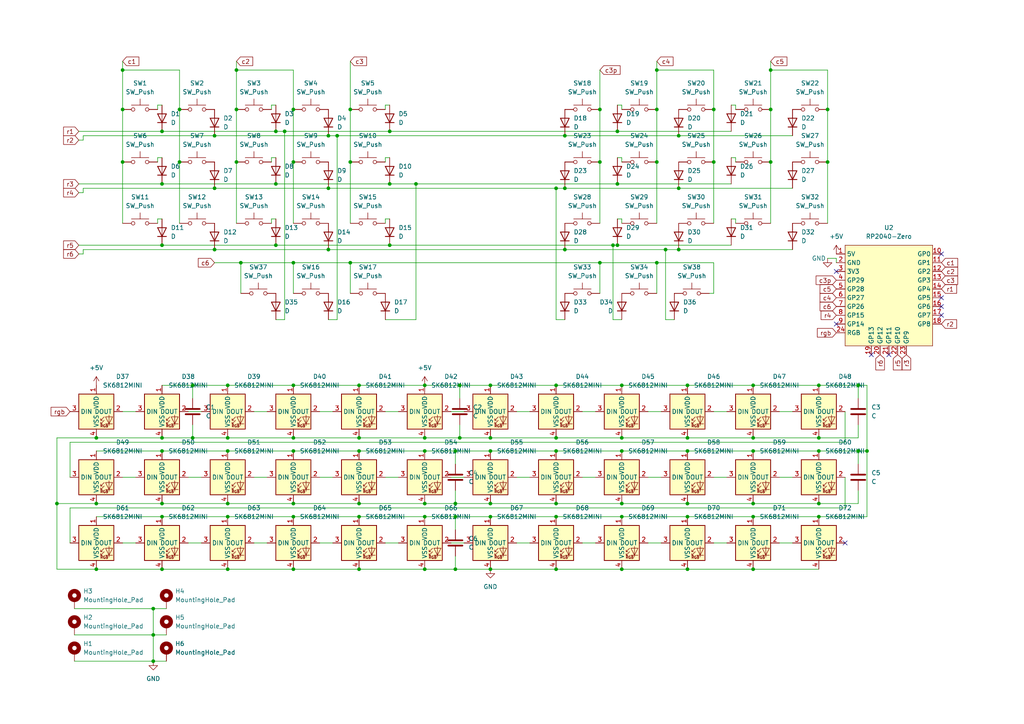
<source format=kicad_sch>
(kicad_sch (version 20231120) (generator "eeschema") (generator_version "8.0")
  (paper "A4")
  (junction (at 223.52 20.32))
  (junction (at 199.39 127))
  (junction (at 55.88 127))
  (junction (at 190.5 76.2))
  (junction (at 223.52 46.99))
  (junction (at 179.07 53.34))
  (junction (at 123.19 111.76))
  (junction (at 218.44 130.81))
  (junction (at 196.85 54.61))
  (junction (at 66.04 127))
  (junction (at 35.56 46.99))
  (junction (at 66.04 146.05))
  (junction (at 44.45 184.15))
  (junction (at 142.24 111.76))
  (junction (at 132.08 146.05))
  (junction (at 142.24 149.86))
  (junction (at 177.8 71.12))
  (junction (at 161.29 149.86))
  (junction (at 173.99 46.99))
  (junction (at 180.34 149.86))
  (junction (at 52.07 46.99))
  (junction (at 52.07 31.75))
  (junction (at 161.29 130.81))
  (junction (at 237.49 127))
  (junction (at 27.94 146.05))
  (junction (at 161.29 127))
  (junction (at 35.56 31.75))
  (junction (at 180.34 146.05))
  (junction (at 62.23 54.61))
  (junction (at 142.24 165.1))
  (junction (at 46.99 146.05))
  (junction (at 113.03 53.34))
  (junction (at 66.04 165.1))
  (junction (at 85.09 76.2))
  (junction (at 180.34 130.81))
  (junction (at 248.92 130.81))
  (junction (at 199.39 165.1))
  (junction (at 142.24 130.81))
  (junction (at 123.19 165.1))
  (junction (at 85.09 130.81))
  (junction (at 104.14 149.86))
  (junction (at 46.99 53.34))
  (junction (at 68.58 46.99))
  (junction (at 66.04 149.86))
  (junction (at 161.29 146.05))
  (junction (at 223.52 31.75))
  (junction (at 173.99 31.75))
  (junction (at 66.04 111.76))
  (junction (at 251.46 130.81))
  (junction (at 248.92 111.76))
  (junction (at 62.23 39.37))
  (junction (at 85.09 31.75))
  (junction (at 196.85 72.39))
  (junction (at 133.35 127))
  (junction (at 80.01 71.12))
  (junction (at 218.44 146.05))
  (junction (at 190.5 46.99))
  (junction (at 190.5 31.75))
  (junction (at 97.79 39.37))
  (junction (at 104.14 127))
  (junction (at 44.45 176.53))
  (junction (at 16.51 146.05))
  (junction (at 44.45 191.77))
  (junction (at 95.25 39.37))
  (junction (at 161.29 165.1))
  (junction (at 46.99 38.1))
  (junction (at 179.07 38.1))
  (junction (at 199.39 111.76))
  (junction (at 163.83 54.61))
  (junction (at 237.49 149.86))
  (junction (at 95.25 54.61))
  (junction (at 85.09 165.1))
  (junction (at 46.99 149.86))
  (junction (at 123.19 149.86))
  (junction (at 142.24 127))
  (junction (at 132.08 165.1))
  (junction (at 207.01 46.99))
  (junction (at 163.83 39.37))
  (junction (at 80.01 38.1))
  (junction (at 113.03 38.1))
  (junction (at 190.5 20.32))
  (junction (at 218.44 111.76))
  (junction (at 180.34 127))
  (junction (at 120.65 53.34))
  (junction (at 46.99 71.12))
  (junction (at 237.49 146.05))
  (junction (at 196.85 39.37))
  (junction (at 193.04 72.39))
  (junction (at 85.09 146.05))
  (junction (at 173.99 76.2))
  (junction (at 101.6 31.75))
  (junction (at 27.94 165.1))
  (junction (at 68.58 31.75))
  (junction (at 85.09 111.76))
  (junction (at 199.39 146.05))
  (junction (at 27.94 127))
  (junction (at 104.14 111.76))
  (junction (at 68.58 20.32))
  (junction (at 237.49 130.81))
  (junction (at 69.85 76.2))
  (junction (at 85.09 46.99))
  (junction (at 123.19 146.05))
  (junction (at 132.08 130.81))
  (junction (at 180.34 165.1))
  (junction (at 123.19 127))
  (junction (at 163.83 72.39))
  (junction (at 85.09 127))
  (junction (at 95.25 72.39))
  (junction (at 104.14 146.05))
  (junction (at 104.14 130.81))
  (junction (at 35.56 20.32))
  (junction (at 161.29 111.76))
  (junction (at 46.99 165.1))
  (junction (at 240.03 31.75))
  (junction (at 199.39 149.86))
  (junction (at 113.03 71.12))
  (junction (at 62.23 72.39))
  (junction (at 123.19 130.81))
  (junction (at 46.99 127))
  (junction (at 218.44 127))
  (junction (at 133.35 111.76))
  (junction (at 82.55 38.1))
  (junction (at 142.24 146.05))
  (junction (at 218.44 165.1))
  (junction (at 240.03 46.99))
  (junction (at 199.39 130.81))
  (junction (at 46.99 130.81))
  (junction (at 66.04 130.81))
  (junction (at 80.01 53.34))
  (junction (at 237.49 111.76))
  (junction (at 55.88 111.76))
  (junction (at 207.01 31.75))
  (junction (at 218.44 149.86))
  (junction (at 132.08 149.86))
  (junction (at 101.6 46.99))
  (junction (at 180.34 111.76))
  (junction (at 179.07 71.12))
  (junction (at 104.14 165.1))
  (junction (at 101.6 76.2))
  (junction (at 85.09 149.86))
  (junction (at 161.29 54.61))
  (no_connect (at 257.81 102.87))
  (no_connect (at 242.57 93.98))
  (no_connect (at 273.05 91.44))
  (no_connect (at 273.05 86.36))
  (no_connect (at 242.57 78.74))
  (no_connect (at 273.05 88.9))
  (no_connect (at 245.11 157.48))
  (no_connect (at 273.05 73.66))
  (no_connect (at 252.73 102.87))
  (wire (pts (xy 111.76 138.43) (xy 115.57 138.43)))
  (wire (pts (xy 46.99 111.76) (xy 55.88 111.76)))
  (wire (pts (xy 248.92 146.05) (xy 237.49 146.05)))
  (wire (pts (xy 142.24 127) (xy 133.35 127)))
  (wire (pts (xy 161.29 130.81) (xy 180.34 130.81)))
  (wire (pts (xy 190.5 76.2) (xy 207.01 76.2)))
  (wire (pts (xy 21.59 176.53) (xy 44.45 176.53)))
  (wire (pts (xy 80.01 71.12) (xy 113.03 71.12)))
  (wire (pts (xy 22.86 38.1) (xy 46.99 38.1)))
  (wire (pts (xy 20.32 147.32) (xy 20.32 157.48)))
  (wire (pts (xy 240.03 20.32) (xy 240.03 31.75)))
  (wire (pts (xy 45.72 30.48) (xy 46.99 30.48)))
  (wire (pts (xy 85.09 127) (xy 66.04 127)))
  (wire (pts (xy 62.23 54.61) (xy 95.25 54.61)))
  (wire (pts (xy 85.09 31.75) (xy 85.09 46.99)))
  (wire (pts (xy 111.76 46.99) (xy 111.76 45.72)))
  (wire (pts (xy 120.65 53.34) (xy 120.65 92.71)))
  (wire (pts (xy 104.14 130.81) (xy 123.19 130.81)))
  (wire (pts (xy 212.09 63.5) (xy 213.36 63.5)))
  (wire (pts (xy 196.85 54.61) (xy 229.87 54.61)))
  (wire (pts (xy 237.49 149.86) (xy 251.46 149.86)))
  (wire (pts (xy 78.74 64.77) (xy 78.74 63.5)))
  (wire (pts (xy 35.56 157.48) (xy 39.37 157.48)))
  (wire (pts (xy 223.52 17.78) (xy 223.52 20.32)))
  (wire (pts (xy 27.94 130.81) (xy 46.99 130.81)))
  (wire (pts (xy 161.29 111.76) (xy 180.34 111.76)))
  (wire (pts (xy 62.23 39.37) (xy 95.25 39.37)))
  (wire (pts (xy 242.57 74.93) (xy 242.57 76.2)))
  (wire (pts (xy 44.45 184.15) (xy 48.26 184.15)))
  (wire (pts (xy 130.81 119.38) (xy 134.62 119.38)))
  (wire (pts (xy 101.6 76.2) (xy 173.99 76.2)))
  (wire (pts (xy 149.86 157.48) (xy 153.67 157.48)))
  (wire (pts (xy 163.83 72.39) (xy 193.04 72.39)))
  (wire (pts (xy 163.83 92.71) (xy 161.29 92.71)))
  (wire (pts (xy 16.51 146.05) (xy 27.94 146.05)))
  (wire (pts (xy 92.71 119.38) (xy 96.52 119.38)))
  (wire (pts (xy 130.81 157.48) (xy 134.62 157.48)))
  (wire (pts (xy 16.51 146.05) (xy 16.51 165.1)))
  (wire (pts (xy 78.74 45.72) (xy 80.01 45.72)))
  (wire (pts (xy 248.92 130.81) (xy 251.46 130.81)))
  (wire (pts (xy 248.92 111.76) (xy 251.46 111.76)))
  (wire (pts (xy 120.65 53.34) (xy 179.07 53.34)))
  (wire (pts (xy 133.35 111.76) (xy 142.24 111.76)))
  (wire (pts (xy 149.86 138.43) (xy 153.67 138.43)))
  (wire (pts (xy 27.94 146.05) (xy 46.99 146.05)))
  (wire (pts (xy 161.29 165.1) (xy 180.34 165.1)))
  (wire (pts (xy 101.6 76.2) (xy 101.6 85.09)))
  (wire (pts (xy 44.45 184.15) (xy 44.45 191.77)))
  (wire (pts (xy 142.24 146.05) (xy 161.29 146.05)))
  (wire (pts (xy 196.85 39.37) (xy 229.87 39.37)))
  (wire (pts (xy 92.71 157.48) (xy 96.52 157.48)))
  (wire (pts (xy 82.55 38.1) (xy 113.03 38.1)))
  (wire (pts (xy 92.71 138.43) (xy 96.52 138.43)))
  (wire (pts (xy 85.09 76.2) (xy 85.09 85.09)))
  (wire (pts (xy 80.01 38.1) (xy 82.55 38.1)))
  (wire (pts (xy 16.51 127) (xy 16.51 146.05)))
  (wire (pts (xy 199.39 127) (xy 180.34 127)))
  (wire (pts (xy 21.59 184.15) (xy 44.45 184.15)))
  (wire (pts (xy 218.44 130.81) (xy 237.49 130.81)))
  (wire (pts (xy 66.04 165.1) (xy 85.09 165.1)))
  (wire (pts (xy 179.07 45.72) (xy 180.34 45.72)))
  (wire (pts (xy 69.85 76.2) (xy 69.85 85.09)))
  (wire (pts (xy 132.08 149.86) (xy 132.08 153.67)))
  (wire (pts (xy 35.56 46.99) (xy 35.56 64.77)))
  (wire (pts (xy 66.04 111.76) (xy 85.09 111.76)))
  (wire (pts (xy 237.49 111.76) (xy 248.92 111.76)))
  (wire (pts (xy 161.29 54.61) (xy 163.83 54.61)))
  (wire (pts (xy 22.86 55.88) (xy 24.13 55.88)))
  (wire (pts (xy 179.07 38.1) (xy 212.09 38.1)))
  (wire (pts (xy 173.99 46.99) (xy 173.99 64.77)))
  (wire (pts (xy 104.14 149.86) (xy 85.09 149.86)))
  (wire (pts (xy 190.5 46.99) (xy 190.5 64.77)))
  (wire (pts (xy 180.34 146.05) (xy 199.39 146.05)))
  (wire (pts (xy 180.34 45.72) (xy 180.34 46.99)))
  (wire (pts (xy 104.14 111.76) (xy 123.19 111.76)))
  (wire (pts (xy 101.6 31.75) (xy 101.6 46.99)))
  (wire (pts (xy 226.06 138.43) (xy 229.87 138.43)))
  (wire (pts (xy 24.13 73.66) (xy 24.13 72.39)))
  (wire (pts (xy 113.03 38.1) (xy 179.07 38.1)))
  (wire (pts (xy 68.58 17.78) (xy 68.58 20.32)))
  (wire (pts (xy 68.58 31.75) (xy 68.58 46.99)))
  (wire (pts (xy 168.91 157.48) (xy 172.72 157.48)))
  (wire (pts (xy 35.56 31.75) (xy 35.56 46.99)))
  (wire (pts (xy 180.34 165.1) (xy 199.39 165.1)))
  (wire (pts (xy 45.72 63.5) (xy 46.99 63.5)))
  (wire (pts (xy 245.11 119.38) (xy 245.11 128.27)))
  (wire (pts (xy 248.92 111.76) (xy 248.92 115.57)))
  (wire (pts (xy 111.76 63.5) (xy 113.03 63.5)))
  (wire (pts (xy 66.04 146.05) (xy 85.09 146.05)))
  (wire (pts (xy 193.04 92.71) (xy 195.58 92.71)))
  (wire (pts (xy 21.59 191.77) (xy 44.45 191.77)))
  (wire (pts (xy 123.19 127) (xy 104.14 127)))
  (wire (pts (xy 133.35 123.19) (xy 133.35 127)))
  (wire (pts (xy 251.46 130.81) (xy 251.46 149.86)))
  (wire (pts (xy 68.58 46.99) (xy 68.58 64.77)))
  (wire (pts (xy 142.24 149.86) (xy 132.08 149.86)))
  (wire (pts (xy 54.61 119.38) (xy 58.42 119.38)))
  (wire (pts (xy 22.86 71.12) (xy 46.99 71.12)))
  (wire (pts (xy 101.6 17.78) (xy 101.6 31.75)))
  (wire (pts (xy 78.74 30.48) (xy 80.01 30.48)))
  (wire (pts (xy 212.09 45.72) (xy 213.36 45.72)))
  (wire (pts (xy 82.55 38.1) (xy 82.55 92.71)))
  (wire (pts (xy 180.34 63.5) (xy 180.34 64.77)))
  (wire (pts (xy 237.49 130.81) (xy 248.92 130.81)))
  (wire (pts (xy 207.01 20.32) (xy 207.01 31.75)))
  (wire (pts (xy 173.99 20.32) (xy 173.99 31.75)))
  (wire (pts (xy 240.03 31.75) (xy 240.03 46.99)))
  (wire (pts (xy 130.81 138.43) (xy 134.62 138.43)))
  (wire (pts (xy 132.08 130.81) (xy 132.08 134.62)))
  (wire (pts (xy 168.91 138.43) (xy 172.72 138.43)))
  (wire (pts (xy 24.13 72.39) (xy 62.23 72.39)))
  (wire (pts (xy 245.11 147.32) (xy 20.32 147.32)))
  (wire (pts (xy 248.92 127) (xy 248.92 123.19)))
  (wire (pts (xy 223.52 20.32) (xy 223.52 31.75)))
  (wire (pts (xy 248.92 130.81) (xy 248.92 134.62)))
  (wire (pts (xy 80.01 92.71) (xy 82.55 92.71)))
  (wire (pts (xy 142.24 111.76) (xy 161.29 111.76)))
  (wire (pts (xy 111.76 92.71) (xy 120.65 92.71)))
  (wire (pts (xy 207.01 138.43) (xy 210.82 138.43)))
  (wire (pts (xy 161.29 92.71) (xy 161.29 54.61)))
  (wire (pts (xy 46.99 38.1) (xy 80.01 38.1)))
  (wire (pts (xy 190.5 20.32) (xy 190.5 31.75)))
  (wire (pts (xy 104.14 146.05) (xy 123.19 146.05)))
  (wire (pts (xy 55.88 111.76) (xy 66.04 111.76)))
  (wire (pts (xy 73.66 157.48) (xy 77.47 157.48)))
  (wire (pts (xy 240.03 74.93) (xy 242.57 74.93)))
  (wire (pts (xy 80.01 53.34) (xy 113.03 53.34)))
  (wire (pts (xy 193.04 72.39) (xy 196.85 72.39)))
  (wire (pts (xy 85.09 20.32) (xy 85.09 31.75)))
  (wire (pts (xy 213.36 30.48) (xy 213.36 31.75)))
  (wire (pts (xy 199.39 130.81) (xy 218.44 130.81)))
  (wire (pts (xy 179.07 63.5) (xy 180.34 63.5)))
  (wire (pts (xy 55.88 123.19) (xy 55.88 127)))
  (wire (pts (xy 85.09 111.76) (xy 104.14 111.76)))
  (wire (pts (xy 180.34 111.76) (xy 199.39 111.76)))
  (wire (pts (xy 207.01 46.99) (xy 207.01 64.77)))
  (wire (pts (xy 22.86 73.66) (xy 24.13 73.66)))
  (wire (pts (xy 44.45 176.53) (xy 48.26 176.53)))
  (wire (pts (xy 46.99 146.05) (xy 66.04 146.05)))
  (wire (pts (xy 142.24 130.81) (xy 161.29 130.81)))
  (wire (pts (xy 237.49 127) (xy 248.92 127)))
  (wire (pts (xy 20.32 128.27) (xy 20.32 138.43)))
  (wire (pts (xy 207.01 31.75) (xy 207.01 46.99)))
  (wire (pts (xy 78.74 31.75) (xy 78.74 30.48)))
  (wire (pts (xy 24.13 39.37) (xy 62.23 39.37)))
  (wire (pts (xy 248.92 142.24) (xy 248.92 146.05)))
  (wire (pts (xy 251.46 130.81) (xy 251.46 111.76)))
  (wire (pts (xy 22.86 53.34) (xy 46.99 53.34)))
  (wire (pts (xy 24.13 54.61) (xy 62.23 54.61)))
  (wire (pts (xy 95.25 72.39) (xy 163.83 72.39)))
  (wire (pts (xy 44.45 176.53) (xy 44.45 184.15)))
  (wire (pts (xy 133.35 111.76) (xy 133.35 115.57)))
  (wire (pts (xy 111.76 30.48) (xy 113.03 30.48)))
  (wire (pts (xy 123.19 165.1) (xy 132.08 165.1)))
  (wire (pts (xy 190.5 17.78) (xy 190.5 20.32)))
  (wire (pts (xy 218.44 149.86) (xy 199.39 149.86)))
  (wire (pts (xy 218.44 111.76) (xy 237.49 111.76)))
  (wire (pts (xy 113.03 71.12) (xy 177.8 71.12)))
  (wire (pts (xy 101.6 46.99) (xy 101.6 64.77)))
  (wire (pts (xy 16.51 165.1) (xy 27.94 165.1)))
  (wire (pts (xy 237.49 127) (xy 218.44 127)))
  (wire (pts (xy 85.09 130.81) (xy 104.14 130.81)))
  (wire (pts (xy 223.52 46.99) (xy 223.52 64.77)))
  (wire (pts (xy 24.13 55.88) (xy 24.13 54.61)))
  (wire (pts (xy 73.66 138.43) (xy 77.47 138.43)))
  (wire (pts (xy 46.99 130.81) (xy 66.04 130.81)))
  (wire (pts (xy 180.34 149.86) (xy 161.29 149.86)))
  (wire (pts (xy 78.74 46.99) (xy 78.74 45.72)))
  (wire (pts (xy 190.5 76.2) (xy 190.5 85.09)))
  (wire (pts (xy 35.56 20.32) (xy 35.56 31.75)))
  (wire (pts (xy 54.61 157.48) (xy 58.42 157.48)))
  (wire (pts (xy 223.52 31.75) (xy 223.52 46.99)))
  (wire (pts (xy 180.34 127) (xy 161.29 127)))
  (wire (pts (xy 190.5 31.75) (xy 190.5 46.99)))
  (wire (pts (xy 35.56 119.38) (xy 39.37 119.38)))
  (wire (pts (xy 132.08 161.29) (xy 132.08 165.1)))
  (wire (pts (xy 132.08 142.24) (xy 132.08 146.05)))
  (wire (pts (xy 132.08 130.81) (xy 142.24 130.81)))
  (wire (pts (xy 223.52 20.32) (xy 240.03 20.32)))
  (wire (pts (xy 111.76 31.75) (xy 111.76 30.48)))
  (wire (pts (xy 46.99 71.12) (xy 80.01 71.12)))
  (wire (pts (xy 207.01 119.38) (xy 210.82 119.38)))
  (wire (pts (xy 45.72 45.72) (xy 46.99 45.72)))
  (wire (pts (xy 163.83 54.61) (xy 196.85 54.61)))
  (wire (pts (xy 213.36 45.72) (xy 213.36 46.99)))
  (wire (pts (xy 212.09 30.48) (xy 213.36 30.48)))
  (wire (pts (xy 177.8 71.12) (xy 179.07 71.12)))
  (wire (pts (xy 62.23 72.39) (xy 95.25 72.39)))
  (wire (pts (xy 66.04 130.81) (xy 85.09 130.81)))
  (wire (pts (xy 52.07 31.75) (xy 52.07 46.99)))
  (wire (pts (xy 173.99 76.2) (xy 173.99 85.09)))
  (wire (pts (xy 123.19 111.76) (xy 133.35 111.76)))
  (wire (pts (xy 85.09 146.05) (xy 104.14 146.05)))
  (wire (pts (xy 44.45 191.77) (xy 48.26 191.77)))
  (wire (pts (xy 218.44 146.05) (xy 237.49 146.05)))
  (wire (pts (xy 85.09 76.2) (xy 101.6 76.2)))
  (wire (pts (xy 196.85 72.39) (xy 229.87 72.39)))
  (wire (pts (xy 20.32 128.27) (xy 245.11 128.27)))
  (wire (pts (xy 45.72 31.75) (xy 45.72 30.48)))
  (wire (pts (xy 95.25 92.71) (xy 97.79 92.71)))
  (wire (pts (xy 54.61 138.43) (xy 58.42 138.43)))
  (wire (pts (xy 66.04 149.86) (xy 46.99 149.86)))
  (wire (pts (xy 113.03 53.34) (xy 120.65 53.34)))
  (wire (pts (xy 133.35 127) (xy 123.19 127)))
  (wire (pts (xy 245.11 138.43) (xy 245.11 147.32)))
  (wire (pts (xy 27.94 165.1) (xy 46.99 165.1)))
  (wire (pts (xy 24.13 40.64) (xy 24.13 39.37)))
  (wire (pts (xy 199.39 149.86) (xy 180.34 149.86)))
  (wire (pts (xy 68.58 20.32) (xy 68.58 31.75)))
  (wire (pts (xy 161.29 146.05) (xy 180.34 146.05)))
  (wire (pts (xy 179.07 71.12) (xy 212.09 71.12)))
  (wire (pts (xy 149.86 119.38) (xy 153.67 119.38)))
  (wire (pts (xy 52.07 20.32) (xy 52.07 31.75)))
  (wire (pts (xy 46.99 127) (xy 27.94 127)))
  (wire (pts (xy 132.08 146.05) (xy 142.24 146.05)))
  (wire (pts (xy 45.72 64.77) (xy 45.72 63.5)))
  (wire (pts (xy 187.96 157.48) (xy 191.77 157.48)))
  (wire (pts (xy 190.5 20.32) (xy 207.01 20.32)))
  (wire (pts (xy 62.23 76.2) (xy 69.85 76.2)))
  (wire (pts (xy 78.74 63.5) (xy 80.01 63.5)))
  (wire (pts (xy 177.8 71.12) (xy 177.8 92.71)))
  (wire (pts (xy 104.14 165.1) (xy 123.19 165.1)))
  (wire (pts (xy 132.08 165.1) (xy 142.24 165.1)))
  (wire (pts (xy 207.01 157.48) (xy 210.82 157.48)))
  (wire (pts (xy 68.58 20.32) (xy 85.09 20.32)))
  (wire (pts (xy 177.8 92.71) (xy 180.34 92.71)))
  (wire (pts (xy 45.72 46.99) (xy 45.72 45.72)))
  (wire (pts (xy 123.19 149.86) (xy 104.14 149.86)))
  (wire (pts (xy 85.09 165.1) (xy 104.14 165.1)))
  (wire (pts (xy 46.99 165.1) (xy 66.04 165.1)))
  (wire (pts (xy 97.79 39.37) (xy 163.83 39.37)))
  (wire (pts (xy 218.44 165.1) (xy 237.49 165.1)))
  (wire (pts (xy 111.76 157.48) (xy 115.57 157.48)))
  (wire (pts (xy 104.14 127) (xy 85.09 127)))
  (wire (pts (xy 35.56 138.43) (xy 39.37 138.43)))
  (wire (pts (xy 187.96 119.38) (xy 191.77 119.38)))
  (wire (pts (xy 213.36 63.5) (xy 213.36 64.77)))
  (wire (pts (xy 237.49 149.86) (xy 218.44 149.86)))
  (wire (pts (xy 199.39 165.1) (xy 218.44 165.1)))
  (wire (pts (xy 173.99 76.2) (xy 190.5 76.2)))
  (wire (pts (xy 193.04 72.39) (xy 193.04 92.71)))
  (wire (pts (xy 55.88 111.76) (xy 55.88 115.57)))
  (wire (pts (xy 85.09 46.99) (xy 85.09 64.77)))
  (wire (pts (xy 35.56 17.78) (xy 35.56 20.32)))
  (wire (pts (xy 240.03 46.99) (xy 240.03 64.77)))
  (wire (pts (xy 163.83 39.37) (xy 196.85 39.37)))
  (wire (pts (xy 199.39 146.05) (xy 218.44 146.05)))
  (wire (pts (xy 52.07 46.99) (xy 52.07 64.77)))
  (wire (pts (xy 55.88 127) (xy 46.99 127)))
  (wire (pts (xy 218.44 127) (xy 199.39 127)))
  (wire (pts (xy 97.79 39.37) (xy 97.79 92.71)))
  (wire (pts (xy 27.94 127) (xy 16.51 127)))
  (wire (pts (xy 73.66 119.38) (xy 77.47 119.38)))
  (wire (pts (xy 168.91 119.38) (xy 172.72 119.38)))
  (wire (pts (xy 35.56 20.32) (xy 52.07 20.32)))
  (wire (pts (xy 142.24 165.1) (xy 161.29 165.1)))
  (wire (pts (xy 95.25 39.37) (xy 97.79 39.37)))
  (wire (pts (xy 22.86 40.64) (xy 24.13 40.64)))
  (wire (pts (xy 95.25 54.61) (xy 161.29 54.61)))
  (wire (pts (xy 226.06 157.48) (xy 229.87 157.48)))
  (wire (pts (xy 180.34 130.81) (xy 199.39 130.81)))
  (wire (pts (xy 161.29 127) (xy 142.24 127)))
  (wire (pts (xy 46.99 53.34) (xy 80.01 53.34)))
  (wire (pts (xy 85.09 149.86) (xy 66.04 149.86)))
  (wire (pts (xy 123.19 146.05) (xy 132.08 146.05)))
  (wire (pts (xy 199.39 111.76) (xy 218.44 111.76)))
  (wire (pts (xy 205.74 85.09) (xy 207.01 85.09)))
  (wire (pts (xy 207.01 76.2) (xy 207.01 85.09)))
  (wire (pts (xy 66.04 127) (xy 55.88 127)))
  (wire (pts (xy 123.19 130.81) (xy 132.08 130.81)))
  (wire (pts (xy 179.07 30.48) (xy 180.34 30.48)))
  (wire (pts (xy 46.99 149.86) (xy 27.94 149.86)))
  (wire (pts (xy 111.76 64.77) (xy 111.76 63.5)))
  (wire (pts (xy 179.07 53.34) (xy 212.09 53.34)))
  (wire (pts (xy 180.34 30.48) (xy 180.34 31.75)))
  (wire (pts (xy 187.96 138.43) (xy 191.77 138.43)))
  (wire (pts (xy 111.76 119.38) (xy 115.57 119.38)))
  (wire (pts (xy 161.29 149.86) (xy 142.24 149.86)))
  (wire (pts (xy 111.76 45.72) (xy 113.03 45.72)))
  (wire (pts (xy 173.99 31.75) (xy 173.99 46.99)))
  (wire (pts (xy 226.06 119.38) (xy 229.87 119.38)))
  (wire (pts (xy 69.85 76.2) (xy 85.09 76.2)))
  (wire (pts (xy 132.08 149.86) (xy 123.19 149.86)))
  (global_label "rgb" (shape input) (at 20.32 119.38 180) (property "Intersheetrefs" "${INTERSHEET_REFS}" (effects (hide yes))))
  (global_label "r6" (shape input) (at 255.27 102.87 270) (property "Intersheetrefs" "${INTERSHEET_REFS}" (effects (hide yes))))
  (global_label "c4" (shape input) (at 190.5 17.78 0) (property "Intersheetrefs" "${INTERSHEET_REFS}" (effects (hide yes))))
  (global_label "c6" (shape input) (at 242.57 88.9 180) (property "Intersheetrefs" "${INTERSHEET_REFS}" (effects (hide yes))))
  (global_label "r6" (shape input) (at 22.86 73.66 180) (property "Intersheetrefs" "${INTERSHEET_REFS}" (effects (hide yes))))
  (global_label "c5" (shape input) (at 242.57 83.82 180) (property "Intersheetrefs" "${INTERSHEET_REFS}" (effects (hide yes))))
  (global_label "r2" (shape input) (at 22.86 40.64 180) (property "Intersheetrefs" "${INTERSHEET_REFS}" (effects (hide yes))))
  (global_label "c5" (shape input) (at 223.52 17.78 0) (property "Intersheetrefs" "${INTERSHEET_REFS}" (effects (hide yes))))
  (global_label "c1" (shape input) (at 35.56 17.78 0) (property "Intersheetrefs" "${INTERSHEET_REFS}" (effects (hide yes))))
  (global_label "r2" (shape input) (at 273.05 93.98 0) (property "Intersheetrefs" "${INTERSHEET_REFS}" (effects (hide yes))))
  (global_label "r4" (shape input) (at 22.86 55.88 180) (property "Intersheetrefs" "${INTERSHEET_REFS}" (effects (hide yes))))
  (global_label "r1" (shape input) (at 273.05 83.82 0) (property "Intersheetrefs" "${INTERSHEET_REFS}" (effects (hide yes))))
  (global_label "c1" (shape input) (at 273.05 76.2 0) (property "Intersheetrefs" "${INTERSHEET_REFS}" (effects (hide yes))))
  (global_label "r3" (shape input) (at 22.86 53.34 180) (property "Intersheetrefs" "${INTERSHEET_REFS}" (effects (hide yes))))
  (global_label "c2" (shape input) (at 68.58 17.78 0) (property "Intersheetrefs" "${INTERSHEET_REFS}" (effects (hide yes))))
  (global_label "c3p" (shape input) (at 242.57 81.28 180) (property "Intersheetrefs" "${INTERSHEET_REFS}" (effects (hide yes))))
  (global_label "c3p" (shape input) (at 173.99 20.32 0) (property "Intersheetrefs" "${INTERSHEET_REFS}" (effects (hide yes))))
  (global_label "r4" (shape input) (at 242.57 91.44 180) (property "Intersheetrefs" "${INTERSHEET_REFS}" (effects (hide yes))))
  (global_label "c6" (shape input) (at 62.23 76.2 180) (property "Intersheetrefs" "${INTERSHEET_REFS}" (effects (hide yes))))
  (global_label "r1" (shape input) (at 22.86 38.1 180) (property "Intersheetrefs" "${INTERSHEET_REFS}" (effects (hide yes))))
  (global_label "r5" (shape input) (at 22.86 71.12 180) (property "Intersheetrefs" "${INTERSHEET_REFS}" (effects (hide yes))))
  (global_label "c3" (shape input) (at 101.6 17.78 0) (property "Intersheetrefs" "${INTERSHEET_REFS}" (effects (hide yes))))
  (global_label "r3" (shape input) (at 262.89 102.87 270) (property "Intersheetrefs" "${INTERSHEET_REFS}" (effects (hide yes))))
  (global_label "r5" (shape input) (at 260.35 102.87 270) (property "Intersheetrefs" "${INTERSHEET_REFS}" (effects (hide yes))))
  (global_label "c3" (shape input) (at 273.05 81.28 0) (property "Intersheetrefs" "${INTERSHEET_REFS}" (effects (hide yes))))
  (global_label "rgb" (shape input) (at 242.57 96.52 180) (property "Intersheetrefs" "${INTERSHEET_REFS}" (effects (hide yes))))
  (global_label "c4" (shape input) (at 242.57 86.36 180) (property "Intersheetrefs" "${INTERSHEET_REFS}" (effects (hide yes))))
  (global_label "c2" (shape input) (at 273.05 78.74 0) (property "Intersheetrefs" "${INTERSHEET_REFS}" (effects (hide yes))))
  (symbol (lib_id "PCM_marbastlib-various:SK6812MINI-E") (at 46.99 119.38 0) (unit 1)
    (property "Reference" "D38" (at 54.61 109.22 0))
    (property "Value" "SK6812MINI" (at 54.61 111.76 0))
    (property "Footprint" "PCM_marbastlib-various:LED_6028R" (effects (hide yes)))
    (property "Datasheet" "https://cdn-shop.adafruit.com/product-files/2686/SK6812MINI_REV.01-1-2.pdf" (effects (hide yes)))
  )
  (symbol (lib_id "Device:D") (at 46.99 67.31 90) (unit 1)
    (property "Reference" "D11" (at 49.53 66.04 90) (effects (justify right)))
    (property "Value" "D" (at 49.53 68.58 90) (effects (justify right)))
    (property "Footprint" "Diode_SMD:D_SOD-323_HandSoldering" (effects (hide yes)))
    (property "Sim.Device" "D" (effects (hide yes)))
    (property "Sim.Pins" "1=K 2=A" (effects (hide yes)))
  )
  (symbol (lib_id "Switch:SW_Push") (at 90.17 85.09 0) (unit 1)
    (property "Reference" "SW16" (at 90.17 77.47 0))
    (property "Value" "SW_Push" (at 90.17 80.01 0))
    (property "Footprint" "s-ol:PG1350_hotswap" (effects (hide yes)))
  )
  (symbol (lib_id "Switch:SW_Push") (at 106.68 46.99 0) (unit 1)
    (property "Reference" "SW10" (at 106.68 39.37 0))
    (property "Value" "SW_Push" (at 106.68 41.91 0))
    (property "Footprint" "s-ol:PG1350_hotswap" (effects (hide yes)))
  )
  (symbol (lib_id "Mechanical:MountingHole_Pad") (at 21.59 173.99 0) (unit 1) (exclude_from_sim yes) (in_bom no)
    (property "Reference" "H3" (at 24.13 171.4499 0) (effects (justify left)))
    (property "Value" "MountingHole_Pad" (at 24.13 173.9899 0) (effects (justify left)))
    (property "Footprint" "MountingHole:MountingHole_2.2mm_M2_DIN965_Pad" (effects (hide yes)))
    (property "Description" "Mounting Hole with connection" (effects (hide yes)))
  )
  (symbol (lib_id "PCM_marbastlib-various:SK6812MINI-E") (at 123.19 138.43 0) (unit 1)
    (property "Reference" "D54" (at 130.81 128.27 0))
    (property "Value" "SK6812MINI" (at 130.81 130.81 0))
    (property "Footprint" "PCM_marbastlib-various:LED_6028R" (effects (hide yes)))
    (property "Datasheet" "https://cdn-shop.adafruit.com/product-files/2686/SK6812MINI_REV.01-1-2.pdf" (effects (hide yes)))
  )
  (symbol (lib_id "Device:C") (at 132.08 138.43 0) (unit 1)
    (property "Reference" "C4" (at 135.89 137.16 0) (effects (justify left)))
    (property "Value" "C" (at 135.89 139.7 0) (effects (justify left)))
    (property "Footprint" "Capacitor_SMD:C_0603_1608Metric_Pad1.08x0.95mm_HandSolder" (effects (hide yes)))
  )
  (symbol (lib_id "Device:D") (at 95.25 88.9 90) (unit 1)
    (property "Reference" "D16" (at 97.79 87.63 90) (effects (justify right)))
    (property "Value" "D" (at 97.79 90.17 90) (effects (justify right)))
    (property "Footprint" "Diode_SMD:D_SOD-323_HandSoldering" (effects (hide yes)))
    (property "Sim.Device" "D" (effects (hide yes)))
    (property "Sim.Pins" "1=K 2=A" (effects (hide yes)))
  )
  (symbol (lib_id "Device:D") (at 229.87 35.56 90) (unit 1)
    (property "Reference" "D22" (at 232.41 34.29 90) (effects (justify right)))
    (property "Value" "D" (at 232.41 36.83 90) (effects (justify right)))
    (property "Footprint" "Diode_SMD:D_SOD-323_HandSoldering" (effects (hide yes)))
    (property "Sim.Device" "D" (effects (hide yes)))
    (property "Sim.Pins" "1=K 2=A" (effects (hide yes)))
  )
  (symbol (lib_id "Switch:SW_Push") (at 168.91 85.09 0) (unit 1)
    (property "Reference" "SW33" (at 168.91 77.47 0))
    (property "Value" "SW_Push" (at 168.91 80.01 0))
    (property "Footprint" "s-ol:PG1350_hotswap" (effects (hide yes)))
  )
  (symbol (lib_id "Switch:SW_Push") (at 218.44 46.99 0) (unit 1)
    (property "Reference" "SW26" (at 218.44 39.37 0))
    (property "Value" "SW_Push" (at 218.44 41.91 0))
    (property "Footprint" "s-ol:PG1350_hotswap" (effects (hide yes)))
  )
  (symbol (lib_id "Device:D") (at 46.99 49.53 90) (unit 1)
    (property "Reference" "D6" (at 49.53 48.26 90) (effects (justify right)))
    (property "Value" "D" (at 49.53 50.8 90) (effects (justify right)))
    (property "Footprint" "Diode_SMD:D_SOD-323_HandSoldering" (effects (hide yes)))
    (property "Sim.Device" "D" (effects (hide yes)))
    (property "Sim.Pins" "1=K 2=A" (effects (hide yes)))
  )
  (symbol (lib_id "PCM_marbastlib-various:SK6812MINI-E") (at 27.94 138.43 0) (unit 1)
    (property "Reference" "D49" (at 35.56 128.27 0))
    (property "Value" "SK6812MINI" (at 35.56 130.81 0))
    (property "Footprint" "PCM_marbastlib-various:LED_6028R" (effects (hide yes)))
    (property "Datasheet" "https://cdn-shop.adafruit.com/product-files/2686/SK6812MINI_REV.01-1-2.pdf" (effects (hide yes)))
  )
  (symbol (lib_id "Device:D") (at 95.25 50.8 90) (unit 1)
    (property "Reference" "D9" (at 97.79 49.53 90) (effects (justify right)))
    (property "Value" "D" (at 97.79 52.07 90) (effects (justify right)))
    (property "Footprint" "Diode_SMD:D_SOD-323_HandSoldering" (effects (hide yes)))
    (property "Sim.Device" "D" (effects (hide yes)))
    (property "Sim.Pins" "1=K 2=A" (effects (hide yes)))
  )
  (symbol (lib_id "RP2040-Zero:RP2040-Zero") (at 257.81 78.74 0) (unit 1)
    (property "Reference" "U2" (at 257.81 66.04 0))
    (property "Value" "RP2040-Zero" (at 257.81 68.58 0))
    (property "Footprint" "PCM_marbastlib-xp-promicroish:Gemini waveshare" (effects (hide yes)))
  )
  (symbol (lib_id "Device:D") (at 179.07 34.29 90) (unit 1)
    (property "Reference" "D19" (at 181.61 33.02 90) (effects (justify right)))
    (property "Value" "D" (at 181.61 35.56 90) (effects (justify right)))
    (property "Footprint" "Diode_SMD:D_SOD-323_HandSoldering" (effects (hide yes)))
    (property "Sim.Device" "D" (effects (hide yes)))
    (property "Sim.Pins" "1=K 2=A" (effects (hide yes)))
  )
  (symbol (lib_name "GND_1") (lib_id "power:GND") (at 44.45 191.77 0) (unit 1)
    (property "Reference" "#PWR06" (effects (hide yes)))
    (property "Value" "GND" (at 44.45 196.85 0))
    (property "Description" "Power symbol creates a global label with name \"GND\" , ground" (effects (hide yes)))
  )
  (symbol (lib_id "PCM_marbastlib-various:SK6812MINI-E") (at 218.44 138.43 0) (unit 1)
    (property "Reference" "D59" (at 226.06 128.27 0))
    (property "Value" "SK6812MINI" (at 226.06 130.81 0))
    (property "Footprint" "PCM_marbastlib-various:LED_6028R" (effects (hide yes)))
    (property "Datasheet" "https://cdn-shop.adafruit.com/product-files/2686/SK6812MINI_REV.01-1-2.pdf" (effects (hide yes)))
  )
  (symbol (lib_id "PCM_marbastlib-various:SK6812MINI-E") (at 123.19 157.48 0) (unit 1)
    (property "Reference" "D66" (at 130.81 147.32 0))
    (property "Value" "SK6812MINI" (at 130.81 149.86 0))
    (property "Footprint" "PCM_marbastlib-various:LED_6028R" (effects (hide yes)))
    (property "Datasheet" "https://cdn-shop.adafruit.com/product-files/2686/SK6812MINI_REV.01-1-2.pdf" (effects (hide yes)))
  )
  (symbol (lib_id "PCM_marbastlib-various:SK6812MINI-E") (at 66.04 119.38 0) (unit 1)
    (property "Reference" "D39" (at 73.66 109.22 0))
    (property "Value" "SK6812MINI" (at 73.66 111.76 0))
    (property "Footprint" "PCM_marbastlib-various:LED_6028R" (effects (hide yes)))
    (property "Datasheet" "https://cdn-shop.adafruit.com/product-files/2686/SK6812MINI_REV.01-1-2.pdf" (effects (hide yes)))
  )
  (symbol (lib_id "Device:D") (at 95.25 35.56 90) (unit 1)
    (property "Reference" "D4" (at 97.79 34.29 90) (effects (justify right)))
    (property "Value" "D" (at 97.79 36.83 90) (effects (justify right)))
    (property "Footprint" "Diode_SMD:D_SOD-323_HandSoldering" (effects (hide yes)))
    (property "Sim.Device" "D" (effects (hide yes)))
    (property "Sim.Pins" "1=K 2=A" (effects (hide yes)))
  )
  (symbol (lib_id "PCM_marbastlib-various:SK6812MINI-E") (at 161.29 157.48 0) (unit 1)
    (property "Reference" "D68" (at 168.91 147.32 0))
    (property "Value" "SK6812MINI" (at 168.91 149.86 0))
    (property "Footprint" "PCM_marbastlib-various:LED_6028R" (effects (hide yes)))
    (property "Datasheet" "https://cdn-shop.adafruit.com/product-files/2686/SK6812MINI_REV.01-1-2.pdf" (effects (hide yes)))
  )
  (symbol (lib_id "Switch:SW_Push") (at 185.42 64.77 0) (unit 1)
    (property "Reference" "SW29" (at 185.42 57.15 0))
    (property "Value" "SW_Push" (at 185.42 59.69 0))
    (property "Footprint" "s-ol:PG1350_hotswap" (effects (hide yes)))
  )
  (symbol (lib_id "power:+5V") (at 242.57 73.66 0) (unit 1)
    (property "Reference" "#PWR02" (effects (hide yes)))
    (property "Value" "+5V" (at 242.57 68.58 0))
  )
  (symbol (lib_id "Switch:SW_Push") (at 106.68 85.09 0) (unit 1)
    (property "Reference" "SW17" (at 106.68 77.47 0))
    (property "Value" "SW_Push" (at 106.68 80.01 0))
    (property "Footprint" "s-ol:PG1350_hotswap" (effects (hide yes)))
  )
  (symbol (lib_id "PCM_marbastlib-various:SK6812MINI-E") (at 218.44 119.38 0) (unit 1)
    (property "Reference" "D47" (at 226.06 109.22 0))
    (property "Value" "SK6812MINI" (at 226.06 111.76 0))
    (property "Footprint" "PCM_marbastlib-various:LED_6028R" (effects (hide yes)))
    (property "Datasheet" "https://cdn-shop.adafruit.com/product-files/2686/SK6812MINI_REV.01-1-2.pdf" (effects (hide yes)))
  )
  (symbol (lib_id "PCM_marbastlib-various:SK6812MINI-E") (at 142.24 157.48 0) (unit 1)
    (property "Reference" "D67" (at 149.86 147.32 0))
    (property "Value" "SK6812MINI" (at 149.86 149.86 0))
    (property "Footprint" "PCM_marbastlib-various:LED_6028R" (effects (hide yes)))
    (property "Datasheet" "https://cdn-shop.adafruit.com/product-files/2686/SK6812MINI_REV.01-1-2.pdf" (effects (hide yes)))
  )
  (symbol (lib_id "Switch:SW_Push") (at 90.17 64.77 0) (unit 1)
    (property "Reference" "SW14" (at 90.17 57.15 0))
    (property "Value" "SW_Push" (at 90.17 59.69 0))
    (property "Footprint" "s-ol:PG1350_hotswap" (effects (hide yes)))
  )
  (symbol (lib_id "power:GND") (at 142.24 165.1 0) (unit 1)
    (property "Reference" "#PWR04" (effects (hide yes)))
    (property "Value" "GND" (at 142.24 170.18 0))
  )
  (symbol (lib_id "PCM_marbastlib-various:SK6812MINI-E") (at 123.19 119.38 0) (unit 1)
    (property "Reference" "D42" (at 130.81 109.22 0))
    (property "Value" "SK6812MINI" (at 130.81 111.76 0))
    (property "Footprint" "PCM_marbastlib-various:LED_6028R" (effects (hide yes)))
    (property "Datasheet" "https://cdn-shop.adafruit.com/product-files/2686/SK6812MINI_REV.01-1-2.pdf" (effects (hide yes)))
  )
  (symbol (lib_id "Device:D") (at 80.01 67.31 90) (unit 1)
    (property "Reference" "D13" (at 82.55 66.04 90) (effects (justify right)))
    (property "Value" "D" (at 82.55 68.58 90) (effects (justify right)))
    (property "Footprint" "Diode_SMD:D_SOD-323_HandSoldering" (effects (hide yes)))
    (property "Sim.Device" "D" (effects (hide yes)))
    (property "Sim.Pins" "1=K 2=A" (effects (hide yes)))
  )
  (symbol (lib_id "PCM_marbastlib-various:SK6812MINI-E") (at 180.34 138.43 0) (unit 1)
    (property "Reference" "D57" (at 187.96 128.27 0))
    (property "Value" "SK6812MINI" (at 187.96 130.81 0))
    (property "Footprint" "PCM_marbastlib-various:LED_6028R" (effects (hide yes)))
    (property "Datasheet" "https://cdn-shop.adafruit.com/product-files/2686/SK6812MINI_REV.01-1-2.pdf" (effects (hide yes)))
  )
  (symbol (lib_id "Switch:SW_Push") (at 57.15 64.77 0) (unit 1)
    (property "Reference" "SW12" (at 57.15 57.15 0))
    (property "Value" "SW_Push" (at 57.15 59.69 0))
    (property "Footprint" "s-ol:PG1350_hotswap" (effects (hide yes)))
  )
  (symbol (lib_id "Mechanical:MountingHole_Pad") (at 21.59 181.61 0) (unit 1) (exclude_from_sim yes) (in_bom no)
    (property "Reference" "H2" (at 24.13 179.0699 0) (effects (justify left)))
    (property "Value" "MountingHole_Pad" (at 24.13 181.6099 0) (effects (justify left)))
    (property "Footprint" "MountingHole:MountingHole_2.2mm_M2_DIN965_Pad" (effects (hide yes)))
    (property "Description" "Mounting Hole with connection" (effects (hide yes)))
  )
  (symbol (lib_id "Switch:SW_Push") (at 234.95 64.77 0) (unit 1)
    (property "Reference" "SW32" (at 234.95 57.15 0))
    (property "Value" "SW_Push" (at 234.95 59.69 0))
    (property "Footprint" "s-ol:PG1350_hotswap" (effects (hide yes)))
  )
  (symbol (lib_id "PCM_marbastlib-various:SK6812MINI-E") (at 85.09 157.48 0) (unit 1)
    (property "Reference" "D64" (at 92.71 147.32 0))
    (property "Value" "SK6812MINI" (at 92.71 149.86 0))
    (property "Footprint" "PCM_marbastlib-various:LED_6028R" (effects (hide yes)))
    (property "Datasheet" "https://cdn-shop.adafruit.com/product-files/2686/SK6812MINI_REV.01-1-2.pdf" (effects (hide yes)))
  )
  (symbol (lib_id "PCM_marbastlib-various:SK6812MINI-E") (at 237.49 157.48 0) (unit 1)
    (property "Reference" "D72" (at 245.11 147.32 0))
    (property "Value" "SK6812MINI" (at 245.11 149.86 0))
    (property "Footprint" "PCM_marbastlib-various:LED_6028R" (effects (hide yes)))
    (property "Datasheet" "https://cdn-shop.adafruit.com/product-files/2686/SK6812MINI_REV.01-1-2.pdf" (effects (hide yes)))
  )
  (symbol (lib_id "PCM_marbastlib-various:SK6812MINI-E") (at 104.14 138.43 0) (unit 1)
    (property "Reference" "D53" (at 111.76 128.27 0))
    (property "Value" "SK6812MINI" (at 111.76 130.81 0))
    (property "Footprint" "PCM_marbastlib-various:LED_6028R" (effects (hide yes)))
    (property "Datasheet" "https://cdn-shop.adafruit.com/product-files/2686/SK6812MINI_REV.01-1-2.pdf" (effects (hide yes)))
  )
  (symbol (lib_id "Switch:SW_Push") (at 74.93 85.09 0) (unit 1)
    (property "Reference" "SW37" (at 74.93 77.47 0))
    (property "Value" "SW_Push" (at 74.93 80.01 0))
    (property "Footprint" "s-ol:PG1350_hotswap" (effects (hide yes)))
  )
  (symbol (lib_id "Switch:SW_Push") (at 57.15 46.99 0) (unit 1)
    (property "Reference" "SW7" (at 57.15 39.37 0))
    (property "Value" "SW_Push" (at 57.15 41.91 0))
    (property "Footprint" "s-ol:PG1350_hotswap" (effects (hide yes)))
  )
  (symbol (lib_id "Device:D") (at 196.85 68.58 90) (unit 1)
    (property "Reference" "D30" (at 199.39 67.31 90) (effects (justify right)))
    (property "Value" "D" (at 199.39 69.85 90) (effects (justify right)))
    (property "Footprint" "Diode_SMD:D_SOD-323_HandSoldering" (effects (hide yes)))
    (property "Sim.Device" "D" (effects (hide yes)))
    (property "Sim.Pins" "1=K 2=A" (effects (hide yes)))
  )
  (symbol (lib_id "PCM_marbastlib-various:SK6812MINI-E") (at 218.44 157.48 0) (unit 1)
    (property "Reference" "D71" (at 226.06 147.32 0))
    (property "Value" "SK6812MINI" (at 226.06 149.86 0))
    (property "Footprint" "PCM_marbastlib-various:LED_6028R" (effects (hide yes)))
    (property "Datasheet" "https://cdn-shop.adafruit.com/product-files/2686/SK6812MINI_REV.01-1-2.pdf" (effects (hide yes)))
  )
  (symbol (lib_id "Device:D") (at 212.09 49.53 90) (unit 1)
    (property "Reference" "D26" (at 214.63 48.26 90) (effects (justify right)))
    (property "Value" "D" (at 214.63 50.8 90) (effects (justify right)))
    (property "Footprint" "Diode_SMD:D_SOD-323_HandSoldering" (effects (hide yes)))
    (property "Sim.Device" "D" (effects (hide yes)))
    (property "Sim.Pins" "1=K 2=A" (effects (hide yes)))
  )
  (symbol (lib_id "Mechanical:MountingHole_Pad") (at 21.59 189.23 0) (unit 1) (exclude_from_sim yes) (in_bom no)
    (property "Reference" "H1" (at 24.13 186.6899 0) (effects (justify left)))
    (property "Value" "MountingHole_Pad" (at 24.13 189.2299 0) (effects (justify left)))
    (property "Footprint" "MountingHole:MountingHole_2.2mm_M2_DIN965_Pad" (effects (hide yes)))
    (property "Description" "Mounting Hole with connection" (effects (hide yes)))
  )
  (symbol (lib_id "Device:D") (at 179.07 49.53 90) (unit 1)
    (property "Reference" "D24" (at 181.61 48.26 90) (effects (justify right)))
    (property "Value" "D" (at 181.61 50.8 90) (effects (justify right)))
    (property "Footprint" "Diode_SMD:D_SOD-323_HandSoldering" (effects (hide yes)))
    (property "Sim.Device" "D" (effects (hide yes)))
    (property "Sim.Pins" "1=K 2=A" (effects (hide yes)))
  )
  (symbol (lib_id "Device:D") (at 80.01 49.53 90) (unit 1)
    (property "Reference" "D8" (at 82.55 48.26 90) (effects (justify right)))
    (property "Value" "D" (at 82.55 50.8 90) (effects (justify right)))
    (property "Footprint" "Diode_SMD:D_SOD-323_HandSoldering" (effects (hide yes)))
    (property "Sim.Device" "D" (effects (hide yes)))
    (property "Sim.Pins" "1=K 2=A" (effects (hide yes)))
  )
  (symbol (lib_id "PCM_marbastlib-various:SK6812MINI-E") (at 46.99 138.43 0) (unit 1)
    (property "Reference" "D50" (at 54.61 128.27 0))
    (property "Value" "SK6812MINI" (at 54.61 130.81 0))
    (property "Footprint" "PCM_marbastlib-various:LED_6028R" (effects (hide yes)))
    (property "Datasheet" "https://cdn-shop.adafruit.com/product-files/2686/SK6812MINI_REV.01-1-2.pdf" (effects (hide yes)))
  )
  (symbol (lib_id "PCM_marbastlib-various:SK6812MINI-E") (at 66.04 138.43 0) (unit 1)
    (property "Reference" "D51" (at 73.66 128.27 0))
    (property "Value" "SK6812MINI" (at 73.66 130.81 0))
    (property "Footprint" "PCM_marbastlib-various:LED_6028R" (effects (hide yes)))
    (property "Datasheet" "https://cdn-shop.adafruit.com/product-files/2686/SK6812MINI_REV.01-1-2.pdf" (effects (hide yes)))
  )
  (symbol (lib_id "Device:D") (at 62.23 35.56 90) (unit 1)
    (property "Reference" "D2" (at 64.77 34.29 90) (effects (justify right)))
    (property "Value" "D" (at 64.77 36.83 90) (effects (justify right)))
    (property "Footprint" "Diode_SMD:D_SOD-323_HandSoldering" (effects (hide yes)))
    (property "Sim.Device" "D" (effects (hide yes)))
    (property "Sim.Pins" "1=K 2=A" (effects (hide yes)))
  )
  (symbol (lib_id "Device:C") (at 55.88 119.38 0) (unit 1)
    (property "Reference" "C1" (at 59.69 118.11 0) (effects (justify left)))
    (property "Value" "C" (at 59.69 120.65 0) (effects (justify left)))
    (property "Footprint" "Capacitor_SMD:C_0603_1608Metric_Pad1.08x0.95mm_HandSolder" (effects (hide yes)))
  )
  (symbol (lib_id "Device:D") (at 180.34 88.9 270) (mirror x) (unit 1)
    (property "Reference" "D34" (at 177.8 87.63 90) (effects (justify right)))
    (property "Value" "D" (at 177.8 90.17 90) (effects (justify right)))
    (property "Footprint" "Diode_SMD:D_SOD-323_HandSoldering" (effects (hide yes)))
    (property "Sim.Device" "D" (effects (hide yes)))
    (property "Sim.Pins" "1=K 2=A" (effects (hide yes)))
  )
  (symbol (lib_id "Device:D") (at 163.83 68.58 90) (unit 1)
    (property "Reference" "D28" (at 166.37 67.31 90) (effects (justify right)))
    (property "Value" "D" (at 166.37 69.85 90) (effects (justify right)))
    (property "Footprint" "Diode_SMD:D_SOD-323_HandSoldering" (effects (hide yes)))
    (property "Sim.Device" "D" (effects (hide yes)))
    (property "Sim.Pins" "1=K 2=A" (effects (hide yes)))
  )
  (symbol (lib_id "Device:D") (at 113.03 34.29 90) (unit 1)
    (property "Reference" "D5" (at 115.57 33.02 90) (effects (justify right)))
    (property "Value" "D" (at 115.57 35.56 90) (effects (justify right)))
    (property "Footprint" "Diode_SMD:D_SOD-323_HandSoldering" (effects (hide yes)))
    (property "Sim.Device" "D" (effects (hide yes)))
    (property "Sim.Pins" "1=K 2=A" (effects (hide yes)))
  )
  (symbol (lib_id "Switch:SW_Push") (at 218.44 31.75 0) (unit 1)
    (property "Reference" "SW21" (at 218.44 24.13 0))
    (property "Value" "SW_Push" (at 218.44 26.67 0))
    (property "Footprint" "s-ol:PG1350_hotswap" (effects (hide yes)))
  )
  (symbol (lib_id "Mechanical:MountingHole_Pad") (at 48.26 173.99 0) (unit 1) (exclude_from_sim yes) (in_bom no)
    (property "Reference" "H4" (at 50.8 171.4499 0) (effects (justify left)))
    (property "Value" "MountingHole_Pad" (at 50.8 173.9899 0) (effects (justify left)))
    (property "Footprint" "MountingHole:MountingHole_2.2mm_M2_DIN965_Pad" (effects (hide yes)))
    (property "Description" "Mounting Hole with connection" (effects (hide yes)))
  )
  (symbol (lib_id "Device:D") (at 80.01 34.29 90) (unit 1)
    (property "Reference" "D3" (at 82.55 33.02 90) (effects (justify right)))
    (property "Value" "D" (at 82.55 35.56 90) (effects (justify right)))
    (property "Footprint" "Diode_SMD:D_SOD-323_HandSoldering" (effects (hide yes)))
    (property "Sim.Device" "D" (effects (hide yes)))
    (property "Sim.Pins" "1=K 2=A" (effects (hide yes)))
  )
  (symbol (lib_id "Switch:SW_Push") (at 201.93 64.77 0) (unit 1)
    (property "Reference" "SW30" (at 201.93 57.15 0))
    (property "Value" "SW_Push" (at 201.93 59.69 0))
    (property "Footprint" "s-ol:PG1350_hotswap" (effects (hide yes)))
  )
  (symbol (lib_id "PCM_marbastlib-various:SK6812MINI-E") (at 27.94 157.48 0) (unit 1)
    (property "Reference" "D61" (at 35.56 147.32 0))
    (property "Value" "SK6812MINI" (at 35.56 149.86 0))
    (property "Footprint" "PCM_marbastlib-various:LED_6028R" (effects (hide yes)))
    (property "Datasheet" "https://cdn-shop.adafruit.com/product-files/2686/SK6812MINI_REV.01-1-2.pdf" (effects (hide yes)))
  )
  (symbol (lib_id "PCM_marbastlib-various:SK6812MINI-E") (at 199.39 157.48 0) (unit 1)
    (property "Reference" "D70" (at 207.01 147.32 0))
    (property "Value" "SK6812MINI" (at 207.01 149.86 0))
    (property "Footprint" "PCM_marbastlib-various:LED_6028R" (effects (hide yes)))
    (property "Datasheet" "https://cdn-shop.adafruit.com/product-files/2686/SK6812MINI_REV.01-1-2.pdf" (effects (hide yes)))
  )
  (symbol (lib_id "Device:D") (at 113.03 67.31 90) (unit 1)
    (property "Reference" "D15" (at 115.57 66.04 90) (effects (justify right)))
    (property "Value" "D" (at 115.57 68.58 90) (effects (justify right)))
    (property "Footprint" "Diode_SMD:D_SOD-323_HandSoldering" (effects (hide yes)))
    (property "Sim.Device" "D" (effects (hide yes)))
    (property "Sim.Pins" "1=K 2=A" (effects (hide yes)))
  )
  (symbol (lib_id "Device:D") (at 196.85 35.56 90) (unit 1)
    (property "Reference" "D20" (at 199.39 34.29 90) (effects (justify right)))
    (property "Value" "D" (at 199.39 36.83 90) (effects (justify right)))
    (property "Footprint" "Diode_SMD:D_SOD-323_HandSoldering" (effects (hide yes)))
    (property "Sim.Device" "D" (effects (hide yes)))
    (property "Sim.Pins" "1=K 2=A" (effects (hide yes)))
  )
  (symbol (lib_id "Switch:SW_Push") (at 73.66 46.99 0) (unit 1)
    (property "Reference" "SW8" (at 73.66 39.37 0))
    (property "Value" "SW_Push" (at 73.66 41.91 0))
    (property "Footprint" "s-ol:PG1350_hotswap" (effects (hide yes)))
  )
  (symbol (lib_id "Device:D") (at 229.87 50.8 90) (unit 1)
    (property "Reference" "D27" (at 232.41 49.53 90) (effects (justify right)))
    (property "Value" "D" (at 232.41 52.07 90) (effects (justify right)))
    (property "Footprint" "Diode_SMD:D_SOD-323_HandSoldering" (effects (hide yes)))
    (property "Sim.Device" "D" (effects (hide yes)))
    (property "Sim.Pins" "1=K 2=A" (effects (hide yes)))
  )
  (symbol (lib_id "Switch:SW_Push") (at 185.42 46.99 0) (unit 1)
    (property "Reference" "SW24" (at 185.42 39.37 0))
    (property "Value" "SW_Push" (at 185.42 41.91 0))
    (property "Footprint" "s-ol:PG1350_hotswap" (effects (hide yes)))
  )
  (symbol (lib_id "PCM_marbastlib-various:SK6812MINI-E") (at 180.34 157.48 0) (unit 1)
    (property "Reference" "D69" (at 187.96 147.32 0))
    (property "Value" "SK6812MINI" (at 187.96 149.86 0))
    (property "Footprint" "PCM_marbastlib-various:LED_6028R" (effects (hide yes)))
    (property "Datasheet" "https://cdn-shop.adafruit.com/product-files/2686/SK6812MINI_REV.01-1-2.pdf" (effects (hide yes)))
  )
  (symbol (lib_id "PCM_marbastlib-various:SK6812MINI-E") (at 237.49 138.43 0) (unit 1)
    (property "Reference" "D60" (at 245.11 128.27 0))
    (property "Value" "SK6812MINI" (at 245.11 130.81 0))
    (property "Footprint" "PCM_marbastlib-various:LED_6028R" (effects (hide yes)))
    (property "Datasheet" "https://cdn-shop.adafruit.com/product-files/2686/SK6812MINI_REV.01-1-2.pdf" (effects (hide yes)))
  )
  (symbol (lib_id "Switch:SW_Push") (at 218.44 64.77 0) (unit 1)
    (property "Reference" "SW31" (at 218.44 57.15 0))
    (property "Value" "SW_Push" (at 218.44 59.69 0))
    (property "Footprint" "s-ol:PG1350_hotswap" (effects (hide yes)))
  )
  (symbol (lib_id "Device:D") (at 212.09 67.31 90) (unit 1)
    (property "Reference" "D31" (at 214.63 66.04 90) (effects (justify right)))
    (property "Value" "D" (at 214.63 68.58 90) (effects (justify right)))
    (property "Footprint" "Diode_SMD:D_SOD-323_HandSoldering" (effects (hide yes)))
    (property "Sim.Device" "D" (effects (hide yes)))
    (property "Sim.Pins" "1=K 2=A" (effects (hide yes)))
  )
  (symbol (lib_id "Switch:SW_Push") (at 40.64 31.75 0) (unit 1)
    (property "Reference" "SW1" (at 40.64 24.13 0))
    (property "Value" "SW_Push" (at 40.64 26.67 0))
    (property "Footprint" "s-ol:PG1350_hotswap" (effects (hide yes)))
  )
  (symbol (lib_id "Device:D") (at 163.83 50.8 90) (unit 1)
    (property "Reference" "D23" (at 166.37 49.53 90) (effects (justify right)))
    (property "Value" "D" (at 166.37 52.07 90) (effects (justify right)))
    (property "Footprint" "Diode_SMD:D_SOD-323_HandSoldering" (effects (hide yes)))
    (property "Sim.Device" "D" (effects (hide yes)))
    (property "Sim.Pins" "1=K 2=A" (effects (hide yes)))
  )
  (symbol (lib_id "Switch:SW_Push") (at 90.17 46.99 0) (unit 1)
    (property "Reference" "SW9" (at 90.17 39.37 0))
    (property "Value" "SW_Push" (at 90.17 41.91 0))
    (property "Footprint" "s-ol:PG1350_hotswap" (effects (hide yes)))
  )
  (symbol (lib_id "PCM_marbastlib-various:SK6812MINI-E") (at 161.29 138.43 0) (unit 1)
    (property "Reference" "D56" (at 168.91 128.27 0))
    (property "Value" "SK6812MINI" (at 168.91 130.81 0))
    (property "Footprint" "PCM_marbastlib-various:LED_6028R" (effects (hide yes)))
    (property "Datasheet" "https://cdn-shop.adafruit.com/product-files/2686/SK6812MINI_REV.01-1-2.pdf" (effects (hide yes)))
  )
  (symbol (lib_id "Switch:SW_Push") (at 234.95 31.75 0) (unit 1)
    (property "Reference" "SW22" (at 234.95 24.13 0))
    (property "Value" "SW_Push" (at 234.95 26.67 0))
    (property "Footprint" "s-ol:PG1350_hotswap" (effects (hide yes)))
  )
  (symbol (lib_id "Device:D") (at 111.76 88.9 90) (unit 1)
    (property "Reference" "D17" (at 114.3 87.63 90) (effects (justify right)))
    (property "Value" "D" (at 114.3 90.17 90) (effects (justify right)))
    (property "Footprint" "Diode_SMD:D_SOD-323_HandSoldering" (effects (hide yes)))
    (property "Sim.Device" "D" (effects (hide yes)))
    (property "Sim.Pins" "1=K 2=A" (effects (hide yes)))
  )
  (symbol (lib_id "PCM_marbastlib-various:SK6812MINI-E") (at 46.99 157.48 0) (unit 1)
    (property "Reference" "D62" (at 54.61 147.32 0))
    (property "Value" "SK6812MINI" (at 54.61 149.86 0))
    (property "Footprint" "PCM_marbastlib-various:LED_6028R" (effects (hide yes)))
    (property "Datasheet" "https://cdn-shop.adafruit.com/product-files/2686/SK6812MINI_REV.01-1-2.pdf" (effects (hide yes)))
  )
  (symbol (lib_id "Switch:SW_Push") (at 185.42 31.75 0) (unit 1)
    (property "Reference" "SW19" (at 185.42 24.13 0))
    (property "Value" "SW_Push" (at 185.42 26.67 0))
    (property "Footprint" "s-ol:PG1350_hotswap" (effects (hide yes)))
  )
  (symbol (lib_id "Device:D") (at 196.85 50.8 90) (unit 1)
    (property "Reference" "D25" (at 199.39 49.53 90) (effects (justify right)))
    (property "Value" "D" (at 199.39 52.07 90) (effects (justify right)))
    (property "Footprint" "Diode_SMD:D_SOD-323_HandSoldering" (effects (hide yes)))
    (property "Sim.Device" "D" (effects (hide yes)))
    (property "Sim.Pins" "1=K 2=A" (effects (hide yes)))
  )
  (symbol (lib_id "PCM_marbastlib-various:SK6812MINI-E") (at 66.04 157.48 0) (unit 1)
    (property "Reference" "D63" (at 73.66 147.32 0))
    (property "Value" "SK6812MINI" (at 73.66 149.86 0))
    (property "Footprint" "PCM_marbastlib-various:LED_6028R" (effects (hide yes)))
    (property "Datasheet" "https://cdn-shop.adafruit.com/product-files/2686/SK6812MINI_REV.01-1-2.pdf" (effects (hide yes)))
  )
  (symbol (lib_id "Device:C") (at 132.08 157.48 0) (unit 1)
    (property "Reference" "C6" (at 135.89 156.21 0) (effects (justify left)))
    (property "Value" "C" (at 135.89 158.75 0) (effects (justify left)))
    (property "Footprint" "Capacitor_SMD:C_0603_1608Metric_Pad1.08x0.95mm_HandSolder" (effects (hide yes)))
  )
  (symbol (lib_id "Device:D") (at 163.83 88.9 90) (unit 1)
    (property "Reference" "D33" (at 166.37 87.63 90) (effects (justify right)))
    (property "Value" "D" (at 166.37 90.17 90) (effects (justify right)))
    (property "Footprint" "Diode_SMD:D_SOD-323_HandSoldering" (effects (hide yes)))
    (property "Sim.Device" "D" (effects (hide yes)))
    (property "Sim.Pins" "1=K 2=A" (effects (hide yes)))
  )
  (symbol (lib_id "Device:D") (at 46.99 34.29 90) (unit 1)
    (property "Reference" "D1" (at 49.53 33.02 90) (effects (justify right)))
    (property "Value" "D" (at 49.53 35.56 90) (effects (justify right)))
    (property "Footprint" "Diode_SMD:D_SOD-323_HandSoldering" (effects (hide yes)))
    (property "Sim.Device" "D" (effects (hide yes)))
    (property "Sim.Pins" "1=K 2=A" (effects (hide yes)))
  )
  (symbol (lib_id "PCM_marbastlib-various:SK6812MINI-E") (at 104.14 157.48 0) (unit 1)
    (property "Reference" "D65" (at 111.76 147.32 0))
    (property "Value" "SK6812MINI" (at 111.76 149.86 0))
    (property "Footprint" "PCM_marbastlib-various:LED_6028R" (effects (hide yes)))
    (property "Datasheet" "https://cdn-shop.adafruit.com/product-files/2686/SK6812MINI_REV.01-1-2.pdf" (effects (hide yes)))
  )
  (symbol (lib_id "Switch:SW_Push") (at 40.64 64.77 0) (unit 1)
    (property "Reference" "SW11" (at 40.64 57.15 0))
    (property "Value" "SW_Push" (at 40.64 59.69 0))
    (property "Footprint" "s-ol:PG1350_hotswap" (effects (hide yes)))
  )
  (symbol (lib_id "Device:D") (at 179.07 67.31 90) (unit 1)
    (property "Reference" "D29" (at 181.61 66.04 90) (effects (justify right)))
    (property "Value" "D" (at 181.61 68.58 90) (effects (justify right)))
    (property "Footprint" "Diode_SMD:D_SOD-323_HandSoldering" (effects (hide yes)))
    (property "Sim.Device" "D" (effects (hide yes)))
    (property "Sim.Pins" "1=K 2=A" (effects (hide yes)))
  )
  (symbol (lib_id "Device:D") (at 212.09 34.29 90) (unit 1)
    (property "Reference" "D21" (at 214.63 33.02 90) (effects (justify right)))
    (property "Value" "D" (at 214.63 35.56 90) (effects (justify right)))
    (property "Footprint" "Diode_SMD:D_SOD-323_HandSoldering" (effects (hide yes)))
    (property "Sim.Device" "D" (effects (hide yes)))
    (property "Sim.Pins" "1=K 2=A" (effects (hide yes)))
  )
  (symbol (lib_id "Switch:SW_Push") (at 168.91 31.75 0) (unit 1)
    (property "Reference" "SW18" (at 168.91 24.13 0))
    (property "Value" "SW_Push" (at 168.91 26.67 0))
    (property "Footprint" "s-ol:PG1350_hotswap" (effects (hide yes)))
  )
  (symbol (lib_id "Switch:SW_Push") (at 201.93 46.99 0) (unit 1)
    (property "Reference" "SW25" (at 201.93 39.37 0))
    (property "Value" "SW_Push" (at 201.93 41.91 0))
    (property "Footprint" "s-ol:PG1350_hotswap" (effects (hide yes)))
  )
  (symbol (lib_id "Device:D") (at 195.58 88.9 90) (unit 1)
    (property "Reference" "D36" (at 198.12 87.63 90) (effects (justify right)))
    (property "Value" "D" (at 198.12 90.17 90) (effects (justify right)))
    (property "Footprint" "Diode_SMD:D_SOD-323_HandSoldering" (effects (hide yes)))
    (property "Sim.Device" "D" (effects (hide yes)))
    (property "Sim.Pins" "1=K 2=A" (effects (hide yes)))
  )
  (symbol (lib_id "Switch:SW_Push") (at 57.15 31.75 0) (unit 1)
    (property "Reference" "SW2" (at 57.15 24.13 0))
    (property "Value" "SW_Push" (at 57.15 26.67 0))
    (property "Footprint" "s-ol:PG1350_hotswap" (effects (hide yes)))
  )
  (symbol (lib_id "PCM_marbastlib-various:SK6812MINI-E") (at 27.94 119.38 0) (unit 1)
    (property "Reference" "D37" (at 35.56 109.22 0))
    (property "Value" "SK6812MINI" (at 35.56 111.76 0))
    (property "Footprint" "PCM_marbastlib-various:LED_6028R" (effects (hide yes)))
    (property "Datasheet" "https://cdn-shop.adafruit.com/product-files/2686/SK6812MINI_REV.01-1-2.pdf" (effects (hide yes)))
  )
  (symbol (lib_id "PCM_marbastlib-various:SK6812MINI-E") (at 104.14 119.38 0) (unit 1)
    (property "Reference" "D41" (at 111.76 109.22 0))
    (property "Value" "SK6812MINI" (at 111.76 111.76 0))
    (property "Footprint" "PCM_marbastlib-various:LED_6028R" (effects (hide yes)))
    (property "Datasheet" "https://cdn-shop.adafruit.com/product-files/2686/SK6812MINI_REV.01-1-2.pdf" (effects (hide yes)))
  )
  (symbol (lib_id "Switch:SW_Push") (at 168.91 64.77 0) (unit 1)
    (property "Reference" "SW28" (at 168.91 57.15 0))
    (property "Value" "SW_Push" (at 168.91 59.69 0))
    (property "Footprint" "s-ol:PG1350_hotswap" (effects (hide yes)))
  )
  (symbol (lib_id "PCM_marbastlib-various:SK6812MINI-E") (at 237.49 119.38 0) (unit 1)
    (property "Reference" "D48" (at 245.11 109.22 0))
    (property "Value" "SK6812MINI" (at 245.11 111.76 0))
    (property "Footprint" "PCM_marbastlib-various:LED_6028R" (effects (hide yes)))
    (property "Datasheet" "https://cdn-shop.adafruit.com/product-files/2686/SK6812MINI_REV.01-1-2.pdf" (effects (hide yes)))
  )
  (symbol (lib_id "power:+5V") (at 123.19 111.76 0) (unit 1)
    (property "Reference" "#PWR01" (effects (hide yes)))
    (property "Value" "+5V" (at 123.19 106.68 0))
  )
  (symbol (lib_id "PCM_marbastlib-various:SK6812MINI-E") (at 199.39 119.38 0) (unit 1)
    (property "Reference" "D46" (at 207.01 109.22 0))
    (property "Value" "SK6812MINI" (at 207.01 111.76 0))
    (property "Footprint" "PCM_marbastlib-various:LED_6028R" (effects (hide yes)))
    (property "Datasheet" "https://cdn-shop.adafruit.com/product-files/2686/SK6812MINI_REV.01-1-2.pdf" (effects (hide yes)))
  )
  (symbol (lib_id "Device:D") (at 62.23 68.58 90) (unit 1)
    (property "Reference" "D12" (at 64.77 67.31 90) (effects (justify right)))
    (property "Value" "D" (at 64.77 69.85 90) (effects (justify right)))
    (property "Footprint" "Diode_SMD:D_SOD-323_HandSoldering" (effects (hide yes)))
    (property "Sim.Device" "D" (effects (hide yes)))
    (property "Sim.Pins" "1=K 2=A" (effects (hide yes)))
  )
  (symbol (lib_id "Switch:SW_Push") (at 73.66 31.75 0) (unit 1)
    (property "Reference" "SW3" (at 73.66 24.13 0))
    (property "Value" "SW_Push" (at 73.66 26.67 0))
    (property "Footprint" "s-ol:PG1350_hotswap" (effects (hide yes)))
  )
  (symbol (lib_id "PCM_marbastlib-various:SK6812MINI-E") (at 142.24 138.43 0) (unit 1)
    (property "Reference" "D55" (at 149.86 128.27 0))
    (property "Value" "SK6812MINI" (at 149.86 130.81 0))
    (property "Footprint" "PCM_marbastlib-various:LED_6028R" (effects (hide yes)))
    (property "Datasheet" "https://cdn-shop.adafruit.com/product-files/2686/SK6812MINI_REV.01-1-2.pdf" (effects (hide yes)))
  )
  (symbol (lib_id "Switch:SW_Push") (at 200.66 85.09 0) (unit 1)
    (property "Reference" "SW38" (at 200.66 77.47 0))
    (property "Value" "SW_Push" (at 200.66 80.01 0))
    (property "Footprint" "s-ol:PG1350_hotswap" (effects (hide yes)))
  )
  (symbol (lib_id "Switch:SW_Push") (at 185.42 85.09 0) (unit 1)
    (property "Reference" "SW34" (at 185.42 77.47 0))
    (property "Value" "SW_Push" (at 185.42 80.01 0))
    (property "Footprint" "s-ol:PG1350_hotswap" (effects (hide yes)))
  )
  (symbol (lib_id "PCM_marbastlib-various:SK6812MINI-E") (at 85.09 138.43 0) (unit 1)
    (property "Reference" "D52" (at 92.71 128.27 0))
    (property "Value" "SK6812MINI" (at 92.71 130.81 0))
    (property "Footprint" "PCM_marbastlib-various:LED_6028R" (effects (hide yes)))
    (property "Datasheet" "https://cdn-shop.adafruit.com/product-files/2686/SK6812MINI_REV.01-1-2.pdf" (effects (hide yes)))
  )
  (symbol (lib_id "Switch:SW_Push") (at 40.64 46.99 0) (unit 1)
    (property "Reference" "SW6" (at 40.64 39.37 0))
    (property "Value" "SW_Push" (at 40.64 41.91 0))
    (property "Footprint" "s-ol:PG1350_hotswap" (effects (hide yes)))
  )
  (symbol (lib_id "Device:C") (at 248.92 119.38 0) (unit 1)
    (property "Reference" "C3" (at 252.73 118.11 0) (effects (justify left)))
    (property "Value" "C" (at 252.73 120.65 0) (effects (justify left)))
    (property "Footprint" "Capacitor_SMD:C_0603_1608Metric_Pad1.08x0.95mm_HandSolder" (effects (hide yes)))
  )
  (symbol (lib_id "Device:D") (at 229.87 68.58 90) (unit 1)
    (property "Reference" "D32" (at 232.41 67.31 90) (effects (justify right)))
    (property "Value" "D" (at 232.41 69.85 90) (effects (justify right)))
    (property "Footprint" "Diode_SMD:D_SOD-323_HandSoldering" (effects (hide yes)))
    (property "Sim.Device" "D" (effects (hide yes)))
    (property "Sim.Pins" "1=K 2=A" (effects (hide yes)))
  )
  (symbol (lib_id "PCM_marbastlib-various:SK6812MINI-E") (at 199.39 138.43 0) (unit 1)
    (property "Reference" "D58" (at 207.01 128.27 0))
    (property "Value" "SK6812MINI" (at 207.01 130.81 0))
    (property "Footprint" "PCM_marbastlib-various:LED_6028R" (effects (hide yes)))
    (property "Datasheet" "https://cdn-shop.adafruit.com/product-files/2686/SK6812MINI_REV.01-1-2.pdf" (effects (hide yes)))
  )
  (symbol (lib_id "Switch:SW_Push") (at 106.68 64.77 0) (unit 1)
    (property "Reference" "SW15" (at 106.68 57.15 0))
    (property "Value" "SW_Push" (at 106.68 59.69 0))
    (property "Footprint" "s-ol:PG1350_hotswap" (effects (hide yes)))
  )
  (symbol (lib_id "Device:C") (at 248.92 138.43 0) (unit 1)
    (property "Reference" "C5" (at 252.73 137.16 0) (effects (justify left)))
    (property "Value" "C" (at 252.73 139.7 0) (effects (justify left)))
    (property "Footprint" "Capacitor_SMD:C_0603_1608Metric_Pad1.08x0.95mm_HandSolder" (effects (hide yes)))
  )
  (symbol (lib_id "Device:D") (at 62.23 50.8 90) (unit 1)
    (property "Reference" "D7" (at 64.77 49.53 90) (effects (justify right)))
    (property "Value" "D" (at 64.77 52.07 90) (effects (justify right)))
    (property "Footprint" "Diode_SMD:D_SOD-323_HandSoldering" (effects (hide yes)))
    (property "Sim.Device" "D" (effects (hide yes)))
    (property "Sim.Pins" "1=K 2=A" (effects (hide yes)))
  )
  (symbol (lib_id "Device:D") (at 163.83 35.56 90) (unit 1)
    (property "Reference" "D18" (at 166.37 34.29 90) (effects (justify right)))
    (property "Value" "D" (at 166.37 36.83 90) (effects (justify right)))
    (property "Footprint" "Diode_SMD:D_SOD-323_HandSoldering" (effects (hide yes)))
    (property "Sim.Device" "D" (effects (hide yes)))
    (property "Sim.Pins" "1=K 2=A" (effects (hide yes)))
  )
  (symbol (lib_id "Switch:SW_Push") (at 90.17 31.75 0) (unit 1)
    (property "Reference" "SW4" (at 90.17 24.13 0))
    (property "Value" "SW_Push" (at 90.17 26.67 0))
    (property "Footprint" "s-ol:PG1350_hotswap" (effects (hide yes)))
  )
  (symbol (lib_id "power:+5V") (at 27.94 111.76 0) (unit 1)
    (property "Reference" "#PWR05" (effects (hide yes)))
    (property "Value" "+5V" (at 27.94 106.68 0))
  )
  (symbol (lib_id "Device:D") (at 95.25 68.58 90) (unit 1)
    (property "Reference" "D14" (at 97.79 67.31 90) (effects (justify right)))
    (property "Value" "D" (at 97.79 69.85 90) (effects (justify right)))
    (property "Footprint" "Diode_SMD:D_SOD-323_HandSoldering" (effects (hide yes)))
    (property "Sim.Device" "D" (effects (hide yes)))
    (property "Sim.Pins" "1=K 2=A" (effects (hide yes)))
  )
  (symbol (lib_id "PCM_marbastlib-various:SK6812MINI-E") (at 142.24 119.38 0) (unit 1)
    (property "Reference" "D43" (at 149.86 109.22 0))
    (property "Value" "SK6812MINI" (at 149.86 111.76 0))
    (property "Footprint" "PCM_marbastlib-various:LED_6028R" (effects (hide yes)))
    (property "Datasheet" "https://cdn-shop.adafruit.com/product-files/2686/SK6812MINI_REV.01-1-2.pdf" (effects (hide yes)))
  )
  (symbol (lib_id "Switch:SW_Push") (at 106.68 31.75 0) (unit 1)
    (property "Reference" "SW5" (at 106.68 24.13 0))
    (property "Value" "SW_Push" (at 106.68 26.67 0))
    (property "Footprint" "s-ol:PG1350_hotswap" (effects (hide yes)))
  )
  (symbol (lib_id "Switch:SW_Push") (at 168.91 46.99 0) (unit 1)
    (property "Reference" "SW23" (at 168.91 39.37 0))
    (property "Value" "SW_Push" (at 168.91 41.91 0))
    (property "Footprint" "s-ol:PG1350_hotswap" (effects (hide yes)))
  )
  (symbol (lib_id "Device:D") (at 113.03 49.53 90) (unit 1)
    (property "Reference" "D10" (at 115.57 48.26 90) (effects (justify right)))
    (property "Value" "D" (at 115.57 50.8 90) (effects (justify right)))
    (property "Footprint" "Diode_SMD:D_SOD-323_HandSoldering" (effects (hide yes)))
    (property "Sim.Device" "D" (effects (hide yes)))
    (property "Sim.Pins" "1=K 2=A" (effects (hide yes)))
  )
  (symbol (lib_id "Switch:SW_Push") (at 201.93 31.75 0) (unit 1)
    (property "Reference" "SW20" (at 201.93 24.13 0))
    (property "Value" "SW_Push" (at 201.93 26.67 0))
    (property "Footprint" "s-ol:PG1350_hotswap" (effects (hide yes)))
  )
  (symbol (lib_id "Switch:SW_Push") (at 73.66 64.77 0) (unit 1)
    (property "Reference" "SW13" (at 73.66 57.15 0))
    (property "Value" "SW_Push" (at 73.66 59.69 0))
    (property "Footprint" "s-ol:PG1350_hotswap" (effects (hide yes)))
  )
  (symbol (lib_id "Mechanical:MountingHole_Pad") (at 48.26 189.23 0) (unit 1) (exclude_from_sim yes) (in_bom no)
    (property "Reference" "H6" (at 50.8 186.6899 0) (effects (justify left)))
    (property "Value" "MountingHole_Pad" (at 50.8 189.2299 0) (effects (justify left)))
    (property "Footprint" "MountingHole:MountingHole_2.2mm_M2_DIN965_Pad" (effects (hide yes)))
    (property "Description" "Mounting Hole with connection" (effects (hide yes)))
  )
  (symbol (lib_id "power:GND") (at 240.03 74.93 0) (unit 1)
    (property "Reference" "#PWR03" (effects (hide yes)))
    (property "Value" "GND" (at 237.49 74.93 0))
  )
  (symbol (lib_id "Device:D") (at 80.01 88.9 90) (unit 1)
    (property "Reference" "D35" (at 82.55 87.63 90) (effects (justify right)))
    (property "Value" "D" (at 82.55 90.17 90) (effects (justify right)))
    (property "Footprint" "Diode_SMD:D_SOD-323_HandSoldering" (effects (hide yes)))
    (property "Sim.Device" "D" (effects (hide yes)))
    (property "Sim.Pins" "1=K 2=A" (effects (hide yes)))
  )
  (symbol (lib_id "PCM_marbastlib-various:SK6812MINI-E") (at 161.29 119.38 0) (unit 1)
    (property "Reference" "D44" (at 168.91 109.22 0))
    (property "Value" "SK6812MINI" (at 168.91 111.76 0))
    (property "Footprint" "PCM_marbastlib-various:LED_6028R" (effects (hide yes)))
    (property "Datasheet" "https://cdn-shop.adafruit.com/product-files/2686/SK6812MINI_REV.01-1-2.pdf" (effects (hide yes)))
  )
  (symbol (lib_id "PCM_marbastlib-various:SK6812MINI-E") (at 180.34 119.38 0) (unit 1)
    (property "Reference" "D45" (at 187.96 109.22 0))
    (property "Value" "SK6812MINI" (at 187.96 111.76 0))
    (property "Footprint" "PCM_marbastlib-various:LED_6028R" (effects (hide yes)))
    (property "Datasheet" "https://cdn-shop.adafruit.com/product-files/2686/SK6812MINI_REV.01-1-2.pdf" (effects (hide yes)))
  )
  (symbol (lib_id "Switch:SW_Push") (at 234.95 46.99 0) (unit 1)
    (property "Reference" "SW27" (at 234.95 39.37 0))
    (property "Value" "SW_Push" (at 234.95 41.91 0))
    (property "Footprint" "s-ol:PG1350_hotswap" (effects (hide yes)))
  )
  (symbol (lib_id "Mechanical:MountingHole_Pad") (at 48.26 181.61 0) (unit 1) (exclude_from_sim yes) (in_bom no)
    (property "Reference" "H5" (at 50.8 179.0699 0) (effects (justify left)))
    (property "Value" "MountingHole_Pad" (at 50.8 181.6099 0) (effects (justify left)))
    (property "Footprint" "MountingHole:MountingHole_2.2mm_M2_DIN965_Pad" (effects (hide yes)))
    (property "Description" "Mounting Hole with connection" (effects (hide yes)))
  )
  (symbol (lib_id "PCM_marbastlib-various:SK6812MINI-E") (at 85.09 119.38 0) (unit 1)
    (property "Reference" "D40" (at 92.71 109.22 0))
    (property "Value" "SK6812MINI" (at 92.71 111.76 0))
    (property "Footprint" "PCM_marbastlib-various:LED_6028R" (effects (hide yes)))
    (property "Datasheet" "https://cdn-shop.adafruit.com/product-files/2686/SK6812MINI_REV.01-1-2.pdf" (effects (hide yes)))
  )
  (symbol (lib_id "Device:C") (at 133.35 119.38 0) (unit 1)
    (property "Reference" "C2" (at 137.16 118.11 0) (effects (justify left)))
    (property "Value" "C" (at 137.16 120.65 0) (effects (justify left)))
    (property "Footprint" "Capacitor_SMD:C_0603_1608Metric_Pad1.08x0.95mm_HandSolder" (effects (hide yes)))
  )
)
</source>
